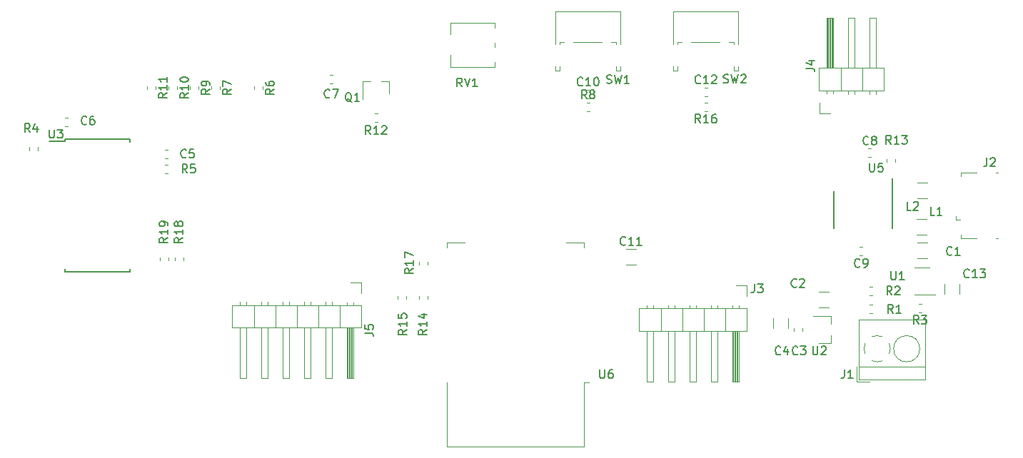
<source format=gbr>
G04 #@! TF.GenerationSoftware,KiCad,Pcbnew,5.0.1-33cea8e~68~ubuntu16.04.1*
G04 #@! TF.CreationDate,2019-05-31T14:34:39+02:00*
G04 #@! TF.ProjectId,VCOMLCD,56434F4D4C43442E6B696361645F7063,rev?*
G04 #@! TF.SameCoordinates,Original*
G04 #@! TF.FileFunction,Legend,Top*
G04 #@! TF.FilePolarity,Positive*
%FSLAX46Y46*%
G04 Gerber Fmt 4.6, Leading zero omitted, Abs format (unit mm)*
G04 Created by KiCad (PCBNEW 5.0.1-33cea8e~68~ubuntu16.04.1) date pią, 31 maj 2019, 14:34:39*
%MOMM*%
%LPD*%
G01*
G04 APERTURE LIST*
%ADD10C,0.150000*%
%ADD11C,0.120000*%
G04 APERTURE END LIST*
D10*
G04 #@! TO.C,U5*
X180065000Y-70673000D02*
X180065000Y-75123000D01*
X186965000Y-69148000D02*
X186965000Y-75123000D01*
D11*
G04 #@! TO.C,J4*
X178248000Y-58758000D02*
X185988000Y-58758000D01*
X185988000Y-58758000D02*
X185988000Y-56098000D01*
X185988000Y-56098000D02*
X178248000Y-56098000D01*
X178248000Y-56098000D02*
X178248000Y-58758000D01*
X179198000Y-56098000D02*
X179198000Y-50098000D01*
X179198000Y-50098000D02*
X179958000Y-50098000D01*
X179958000Y-50098000D02*
X179958000Y-56098000D01*
X179258000Y-56098000D02*
X179258000Y-50098000D01*
X179378000Y-56098000D02*
X179378000Y-50098000D01*
X179498000Y-56098000D02*
X179498000Y-50098000D01*
X179618000Y-56098000D02*
X179618000Y-50098000D01*
X179738000Y-56098000D02*
X179738000Y-50098000D01*
X179858000Y-56098000D02*
X179858000Y-50098000D01*
X179198000Y-59088000D02*
X179198000Y-58758000D01*
X179958000Y-59088000D02*
X179958000Y-58758000D01*
X180848000Y-58758000D02*
X180848000Y-56098000D01*
X181738000Y-56098000D02*
X181738000Y-50098000D01*
X181738000Y-50098000D02*
X182498000Y-50098000D01*
X182498000Y-50098000D02*
X182498000Y-56098000D01*
X181738000Y-59155071D02*
X181738000Y-58758000D01*
X182498000Y-59155071D02*
X182498000Y-58758000D01*
X183388000Y-58758000D02*
X183388000Y-56098000D01*
X184278000Y-56098000D02*
X184278000Y-50098000D01*
X184278000Y-50098000D02*
X185038000Y-50098000D01*
X185038000Y-50098000D02*
X185038000Y-56098000D01*
X184278000Y-59155071D02*
X184278000Y-58758000D01*
X185038000Y-59155071D02*
X185038000Y-58758000D01*
X179578000Y-61468000D02*
X178308000Y-61468000D01*
X178308000Y-61468000D02*
X178308000Y-60198000D01*
G04 #@! TO.C,J3*
X169732000Y-84625000D02*
X156912000Y-84625000D01*
X156912000Y-84625000D02*
X156912000Y-87285000D01*
X156912000Y-87285000D02*
X169732000Y-87285000D01*
X169732000Y-87285000D02*
X169732000Y-84625000D01*
X168782000Y-87285000D02*
X168782000Y-93285000D01*
X168782000Y-93285000D02*
X168022000Y-93285000D01*
X168022000Y-93285000D02*
X168022000Y-87285000D01*
X168722000Y-87285000D02*
X168722000Y-93285000D01*
X168602000Y-87285000D02*
X168602000Y-93285000D01*
X168482000Y-87285000D02*
X168482000Y-93285000D01*
X168362000Y-87285000D02*
X168362000Y-93285000D01*
X168242000Y-87285000D02*
X168242000Y-93285000D01*
X168122000Y-87285000D02*
X168122000Y-93285000D01*
X168782000Y-84295000D02*
X168782000Y-84625000D01*
X168022000Y-84295000D02*
X168022000Y-84625000D01*
X167132000Y-84625000D02*
X167132000Y-87285000D01*
X166242000Y-87285000D02*
X166242000Y-93285000D01*
X166242000Y-93285000D02*
X165482000Y-93285000D01*
X165482000Y-93285000D02*
X165482000Y-87285000D01*
X166242000Y-84227929D02*
X166242000Y-84625000D01*
X165482000Y-84227929D02*
X165482000Y-84625000D01*
X164592000Y-84625000D02*
X164592000Y-87285000D01*
X163702000Y-87285000D02*
X163702000Y-93285000D01*
X163702000Y-93285000D02*
X162942000Y-93285000D01*
X162942000Y-93285000D02*
X162942000Y-87285000D01*
X163702000Y-84227929D02*
X163702000Y-84625000D01*
X162942000Y-84227929D02*
X162942000Y-84625000D01*
X162052000Y-84625000D02*
X162052000Y-87285000D01*
X161162000Y-87285000D02*
X161162000Y-93285000D01*
X161162000Y-93285000D02*
X160402000Y-93285000D01*
X160402000Y-93285000D02*
X160402000Y-87285000D01*
X161162000Y-84227929D02*
X161162000Y-84625000D01*
X160402000Y-84227929D02*
X160402000Y-84625000D01*
X159512000Y-84625000D02*
X159512000Y-87285000D01*
X158622000Y-87285000D02*
X158622000Y-93285000D01*
X158622000Y-93285000D02*
X157862000Y-93285000D01*
X157862000Y-93285000D02*
X157862000Y-87285000D01*
X158622000Y-84227929D02*
X158622000Y-84625000D01*
X157862000Y-84227929D02*
X157862000Y-84625000D01*
X168402000Y-81915000D02*
X169672000Y-81915000D01*
X169672000Y-81915000D02*
X169672000Y-83185000D01*
G04 #@! TO.C,J5*
X124012000Y-84244000D02*
X108652000Y-84244000D01*
X108652000Y-84244000D02*
X108652000Y-86904000D01*
X108652000Y-86904000D02*
X124012000Y-86904000D01*
X124012000Y-86904000D02*
X124012000Y-84244000D01*
X123062000Y-86904000D02*
X123062000Y-92904000D01*
X123062000Y-92904000D02*
X122302000Y-92904000D01*
X122302000Y-92904000D02*
X122302000Y-86904000D01*
X123002000Y-86904000D02*
X123002000Y-92904000D01*
X122882000Y-86904000D02*
X122882000Y-92904000D01*
X122762000Y-86904000D02*
X122762000Y-92904000D01*
X122642000Y-86904000D02*
X122642000Y-92904000D01*
X122522000Y-86904000D02*
X122522000Y-92904000D01*
X122402000Y-86904000D02*
X122402000Y-92904000D01*
X123062000Y-83914000D02*
X123062000Y-84244000D01*
X122302000Y-83914000D02*
X122302000Y-84244000D01*
X121412000Y-84244000D02*
X121412000Y-86904000D01*
X120522000Y-86904000D02*
X120522000Y-92904000D01*
X120522000Y-92904000D02*
X119762000Y-92904000D01*
X119762000Y-92904000D02*
X119762000Y-86904000D01*
X120522000Y-83846929D02*
X120522000Y-84244000D01*
X119762000Y-83846929D02*
X119762000Y-84244000D01*
X118872000Y-84244000D02*
X118872000Y-86904000D01*
X117982000Y-86904000D02*
X117982000Y-92904000D01*
X117982000Y-92904000D02*
X117222000Y-92904000D01*
X117222000Y-92904000D02*
X117222000Y-86904000D01*
X117982000Y-83846929D02*
X117982000Y-84244000D01*
X117222000Y-83846929D02*
X117222000Y-84244000D01*
X116332000Y-84244000D02*
X116332000Y-86904000D01*
X115442000Y-86904000D02*
X115442000Y-92904000D01*
X115442000Y-92904000D02*
X114682000Y-92904000D01*
X114682000Y-92904000D02*
X114682000Y-86904000D01*
X115442000Y-83846929D02*
X115442000Y-84244000D01*
X114682000Y-83846929D02*
X114682000Y-84244000D01*
X113792000Y-84244000D02*
X113792000Y-86904000D01*
X112902000Y-86904000D02*
X112902000Y-92904000D01*
X112902000Y-92904000D02*
X112142000Y-92904000D01*
X112142000Y-92904000D02*
X112142000Y-86904000D01*
X112902000Y-83846929D02*
X112902000Y-84244000D01*
X112142000Y-83846929D02*
X112142000Y-84244000D01*
X111252000Y-84244000D02*
X111252000Y-86904000D01*
X110362000Y-86904000D02*
X110362000Y-92904000D01*
X110362000Y-92904000D02*
X109602000Y-92904000D01*
X109602000Y-92904000D02*
X109602000Y-86904000D01*
X110362000Y-83846929D02*
X110362000Y-84244000D01*
X109602000Y-83846929D02*
X109602000Y-84244000D01*
X122682000Y-81534000D02*
X123952000Y-81534000D01*
X123952000Y-81534000D02*
X123952000Y-82804000D01*
G04 #@! TO.C,U1*
X191400000Y-79732000D02*
X189600000Y-79732000D01*
X189600000Y-82952000D02*
X192050000Y-82952000D01*
G04 #@! TO.C,R3*
X190417267Y-85092000D02*
X190074733Y-85092000D01*
X190417267Y-84072000D02*
X190074733Y-84072000D01*
G04 #@! TO.C,C11*
X155353936Y-77576000D02*
X156558064Y-77576000D01*
X155353936Y-79396000D02*
X156558064Y-79396000D01*
G04 #@! TO.C,C13*
X194966000Y-81693936D02*
X194966000Y-82898064D01*
X193146000Y-81693936D02*
X193146000Y-82898064D01*
G04 #@! TO.C,R1*
X184232733Y-84199000D02*
X184575267Y-84199000D01*
X184232733Y-85219000D02*
X184575267Y-85219000D01*
D10*
G04 #@! TO.C,U3*
X88835000Y-64515000D02*
X88835000Y-64790000D01*
X96585000Y-64515000D02*
X96585000Y-64880000D01*
X96585000Y-80265000D02*
X96585000Y-79900000D01*
X88835000Y-80265000D02*
X88835000Y-79900000D01*
X88835000Y-64515000D02*
X96585000Y-64515000D01*
X88835000Y-80265000D02*
X96585000Y-80265000D01*
X88835000Y-64790000D02*
X87010000Y-64790000D01*
D11*
G04 #@! TO.C,C12*
X164674733Y-58418000D02*
X165017267Y-58418000D01*
X164674733Y-59438000D02*
X165017267Y-59438000D01*
G04 #@! TO.C,C3*
X176278000Y-87293267D02*
X176278000Y-86950733D01*
X175258000Y-87293267D02*
X175258000Y-86950733D01*
G04 #@! TO.C,C2*
X179418064Y-82656000D02*
X178213936Y-82656000D01*
X179418064Y-84476000D02*
X178213936Y-84476000D01*
G04 #@! TO.C,C4*
X172826000Y-86998564D02*
X172826000Y-85794436D01*
X174646000Y-86998564D02*
X174646000Y-85794436D01*
G04 #@! TO.C,J2*
X195087500Y-76290000D02*
X195087500Y-75840000D01*
X196937500Y-76290000D02*
X195087500Y-76290000D01*
X199487500Y-68490000D02*
X199237500Y-68490000D01*
X199487500Y-76290000D02*
X199237500Y-76290000D01*
X196937500Y-68490000D02*
X195087500Y-68490000D01*
X195087500Y-68490000D02*
X195087500Y-68940000D01*
X194537500Y-74090000D02*
X194537500Y-73640000D01*
X194537500Y-74090000D02*
X194987500Y-74090000D01*
G04 #@! TO.C,U2*
X179703000Y-88702000D02*
X179703000Y-87772000D01*
X179703000Y-85542000D02*
X179703000Y-86472000D01*
X179703000Y-85542000D02*
X177543000Y-85542000D01*
X179703000Y-88702000D02*
X178243000Y-88702000D01*
G04 #@! TO.C,U6*
X150360000Y-101020000D02*
X134120000Y-101020000D01*
X134120000Y-101020000D02*
X134120000Y-93400000D01*
X134120000Y-77400000D02*
X134120000Y-76780000D01*
X134120000Y-76780000D02*
X136240000Y-76780000D01*
X148240000Y-76780000D02*
X150360000Y-76780000D01*
X150360000Y-76780000D02*
X150360000Y-77400000D01*
X150360000Y-93400000D02*
X150360000Y-101020000D01*
X150360000Y-93400000D02*
X150970000Y-93400000D01*
G04 #@! TO.C,R13*
X187327000Y-66884733D02*
X187327000Y-67227267D01*
X186307000Y-66884733D02*
X186307000Y-67227267D01*
G04 #@! TO.C,R14*
X130808000Y-83140733D02*
X130808000Y-83483267D01*
X131828000Y-83140733D02*
X131828000Y-83483267D01*
G04 #@! TO.C,R15*
X128268000Y-83483267D02*
X128268000Y-83140733D01*
X129288000Y-83483267D02*
X129288000Y-83140733D01*
G04 #@! TO.C,R16*
X165017267Y-60196000D02*
X164674733Y-60196000D01*
X165017267Y-61216000D02*
X164674733Y-61216000D01*
G04 #@! TO.C,R17*
X131828000Y-79076733D02*
X131828000Y-79419267D01*
X130808000Y-79076733D02*
X130808000Y-79419267D01*
G04 #@! TO.C,R18*
X102872000Y-78911267D02*
X102872000Y-78568733D01*
X101852000Y-78911267D02*
X101852000Y-78568733D01*
G04 #@! TO.C,R19*
X100067001Y-78911267D02*
X100067001Y-78568733D01*
X101087001Y-78911267D02*
X101087001Y-78568733D01*
G04 #@! TO.C,J1*
X185773587Y-90839385D02*
G75*
G02X185166000Y-90963000I-607587J1431385D01*
G01*
X186598109Y-88800258D02*
G75*
G02X186598000Y-90016000I-1432109J-607742D01*
G01*
X184558258Y-87975891D02*
G75*
G02X185774000Y-87976000I607742J-1432109D01*
G01*
X183733891Y-90015742D02*
G75*
G02X183734000Y-88800000I1432109J607742D01*
G01*
X185193011Y-90963492D02*
G75*
G02X184558000Y-90840000I-27011J1555492D01*
G01*
X190221000Y-89408000D02*
G75*
G03X190221000Y-89408000I-1555000J0D01*
G01*
X183006000Y-91508000D02*
X190826000Y-91508000D01*
X183006000Y-85948000D02*
X190826000Y-85948000D01*
X183006000Y-93068000D02*
X190826000Y-93068000D01*
X183006000Y-85948000D02*
X183006000Y-93068000D01*
X190826000Y-85948000D02*
X190826000Y-93068000D01*
X182766000Y-91568000D02*
X182766000Y-93308000D01*
X182766000Y-93308000D02*
X184266000Y-93308000D01*
G04 #@! TO.C,R12*
X125558733Y-61466000D02*
X125901267Y-61466000D01*
X125558733Y-62486000D02*
X125901267Y-62486000D01*
G04 #@! TO.C,SW2*
X161455001Y-53040000D02*
X161455001Y-53270000D01*
X160935001Y-49370000D02*
X168655001Y-49370000D01*
X168655001Y-49370000D02*
X168655001Y-53270000D01*
X160935001Y-56380000D02*
X161455001Y-56380000D01*
X160935001Y-49370000D02*
X160935001Y-53270000D01*
X168135001Y-53040000D02*
X168135001Y-53270000D01*
X161455001Y-55870000D02*
X161455001Y-56380000D01*
X160935001Y-55870000D02*
X160935001Y-56380000D01*
X167595001Y-53040000D02*
X168135001Y-53040000D01*
X168135001Y-55870000D02*
X168135001Y-56380000D01*
X168135001Y-56380000D02*
X168655001Y-56380000D01*
X168655001Y-55870000D02*
X168655001Y-56380000D01*
X161455001Y-53040000D02*
X161995001Y-53040000D01*
X163095001Y-53040000D02*
X166495001Y-53040000D01*
G04 #@! TO.C,C10*
X150704733Y-58672000D02*
X151047267Y-58672000D01*
X150704733Y-59692000D02*
X151047267Y-59692000D01*
G04 #@! TO.C,R11*
X98550000Y-58248733D02*
X98550000Y-58591267D01*
X99570000Y-58248733D02*
X99570000Y-58591267D01*
G04 #@! TO.C,SW1*
X147500000Y-53040000D02*
X147500000Y-53270000D01*
X146980000Y-49370000D02*
X154700000Y-49370000D01*
X154700000Y-49370000D02*
X154700000Y-53270000D01*
X146980000Y-56380000D02*
X147500000Y-56380000D01*
X146980000Y-49370000D02*
X146980000Y-53270000D01*
X154180000Y-53040000D02*
X154180000Y-53270000D01*
X147500000Y-55870000D02*
X147500000Y-56380000D01*
X146980000Y-55870000D02*
X146980000Y-56380000D01*
X153640000Y-53040000D02*
X154180000Y-53040000D01*
X154180000Y-55870000D02*
X154180000Y-56380000D01*
X154180000Y-56380000D02*
X154700000Y-56380000D01*
X154700000Y-55870000D02*
X154700000Y-56380000D01*
X147500000Y-53040000D02*
X148040000Y-53040000D01*
X149140000Y-53040000D02*
X152540000Y-53040000D01*
G04 #@! TO.C,C9*
X183432267Y-78361000D02*
X183089733Y-78361000D01*
X183432267Y-77341000D02*
X183089733Y-77341000D01*
G04 #@! TO.C,C8*
X184105733Y-66677000D02*
X184448267Y-66677000D01*
X184105733Y-65657000D02*
X184448267Y-65657000D01*
G04 #@! TO.C,C7*
X120224733Y-56894000D02*
X120567267Y-56894000D01*
X120224733Y-57914000D02*
X120567267Y-57914000D01*
G04 #@! TO.C,C6*
X88855733Y-62994000D02*
X89198267Y-62994000D01*
X88855733Y-61974000D02*
X89198267Y-61974000D01*
G04 #@! TO.C,C5*
X100666733Y-65784000D02*
X101009267Y-65784000D01*
X100666733Y-66804000D02*
X101009267Y-66804000D01*
G04 #@! TO.C,C1*
X189897936Y-76814000D02*
X191102064Y-76814000D01*
X189897936Y-78634000D02*
X191102064Y-78634000D01*
G04 #@! TO.C,L1*
X189832936Y-75840000D02*
X191037064Y-75840000D01*
X189832936Y-74020000D02*
X191037064Y-74020000D01*
G04 #@! TO.C,L2*
X191102064Y-71522000D02*
X189897936Y-71522000D01*
X191102064Y-69702000D02*
X189897936Y-69702000D01*
G04 #@! TO.C,Q1*
X127310000Y-57644000D02*
X127310000Y-59104000D01*
X124150000Y-57644000D02*
X124150000Y-59804000D01*
X124150000Y-57644000D02*
X125080000Y-57644000D01*
X127310000Y-57644000D02*
X126380000Y-57644000D01*
G04 #@! TO.C,RV1*
X134540000Y-50720000D02*
X139780000Y-50720000D01*
X134540000Y-55960000D02*
X139780000Y-55960000D01*
X134540000Y-50720000D02*
X134540000Y-52100000D01*
X134540000Y-54580000D02*
X134540000Y-55960000D01*
X139780000Y-50720000D02*
X139780000Y-51301000D01*
X139780000Y-53080000D02*
X139780000Y-53600000D01*
X139780000Y-55380000D02*
X139780000Y-55960000D01*
G04 #@! TO.C,R10*
X101090000Y-58248733D02*
X101090000Y-58591267D01*
X102110000Y-58248733D02*
X102110000Y-58591267D01*
G04 #@! TO.C,R2*
X184232733Y-83060000D02*
X184575267Y-83060000D01*
X184232733Y-82040000D02*
X184575267Y-82040000D01*
G04 #@! TO.C,R4*
X84580000Y-65501733D02*
X84580000Y-65844267D01*
X85600000Y-65501733D02*
X85600000Y-65844267D01*
G04 #@! TO.C,R5*
X101009267Y-68582000D02*
X100666733Y-68582000D01*
X101009267Y-67562000D02*
X100666733Y-67562000D01*
G04 #@! TO.C,R6*
X111250000Y-58248733D02*
X111250000Y-58591267D01*
X112270000Y-58248733D02*
X112270000Y-58591267D01*
G04 #@! TO.C,R7*
X107190000Y-58248733D02*
X107190000Y-58591267D01*
X106170000Y-58248733D02*
X106170000Y-58591267D01*
G04 #@! TO.C,R8*
X150704733Y-61216000D02*
X151047267Y-61216000D01*
X150704733Y-60196000D02*
X151047267Y-60196000D01*
G04 #@! TO.C,R9*
X104650000Y-58248733D02*
X104650000Y-58591267D01*
X103630000Y-58248733D02*
X103630000Y-58591267D01*
G04 #@! TO.C,U5*
D10*
X184277095Y-67397380D02*
X184277095Y-68206904D01*
X184324714Y-68302142D01*
X184372333Y-68349761D01*
X184467571Y-68397380D01*
X184658047Y-68397380D01*
X184753285Y-68349761D01*
X184800904Y-68302142D01*
X184848523Y-68206904D01*
X184848523Y-67397380D01*
X185800904Y-67397380D02*
X185324714Y-67397380D01*
X185277095Y-67873571D01*
X185324714Y-67825952D01*
X185419952Y-67778333D01*
X185658047Y-67778333D01*
X185753285Y-67825952D01*
X185800904Y-67873571D01*
X185848523Y-67968809D01*
X185848523Y-68206904D01*
X185800904Y-68302142D01*
X185753285Y-68349761D01*
X185658047Y-68397380D01*
X185419952Y-68397380D01*
X185324714Y-68349761D01*
X185277095Y-68302142D01*
G04 #@! TO.C,J4*
X176760380Y-56146333D02*
X177474666Y-56146333D01*
X177617523Y-56193952D01*
X177712761Y-56289190D01*
X177760380Y-56432047D01*
X177760380Y-56527285D01*
X177093714Y-55241571D02*
X177760380Y-55241571D01*
X176712761Y-55479666D02*
X177427047Y-55717761D01*
X177427047Y-55098714D01*
G04 #@! TO.C,J3*
X170608666Y-81748380D02*
X170608666Y-82462666D01*
X170561047Y-82605523D01*
X170465809Y-82700761D01*
X170322952Y-82748380D01*
X170227714Y-82748380D01*
X170989619Y-81748380D02*
X171608666Y-81748380D01*
X171275333Y-82129333D01*
X171418190Y-82129333D01*
X171513428Y-82176952D01*
X171561047Y-82224571D01*
X171608666Y-82319809D01*
X171608666Y-82557904D01*
X171561047Y-82653142D01*
X171513428Y-82700761D01*
X171418190Y-82748380D01*
X171132476Y-82748380D01*
X171037238Y-82700761D01*
X170989619Y-82653142D01*
G04 #@! TO.C,J5*
X124404380Y-87522333D02*
X125118666Y-87522333D01*
X125261523Y-87569952D01*
X125356761Y-87665190D01*
X125404380Y-87808047D01*
X125404380Y-87903285D01*
X124404380Y-86569952D02*
X124404380Y-87046142D01*
X124880571Y-87093761D01*
X124832952Y-87046142D01*
X124785333Y-86950904D01*
X124785333Y-86712809D01*
X124832952Y-86617571D01*
X124880571Y-86569952D01*
X124975809Y-86522333D01*
X125213904Y-86522333D01*
X125309142Y-86569952D01*
X125356761Y-86617571D01*
X125404380Y-86712809D01*
X125404380Y-86950904D01*
X125356761Y-87046142D01*
X125309142Y-87093761D01*
G04 #@! TO.C,U1*
X186817095Y-80224380D02*
X186817095Y-81033904D01*
X186864714Y-81129142D01*
X186912333Y-81176761D01*
X187007571Y-81224380D01*
X187198047Y-81224380D01*
X187293285Y-81176761D01*
X187340904Y-81129142D01*
X187388523Y-81033904D01*
X187388523Y-80224380D01*
X188388523Y-81224380D02*
X187817095Y-81224380D01*
X188102809Y-81224380D02*
X188102809Y-80224380D01*
X188007571Y-80367238D01*
X187912333Y-80462476D01*
X187817095Y-80510095D01*
G04 #@! TO.C,R3*
X190079333Y-86464380D02*
X189746000Y-85988190D01*
X189507904Y-86464380D02*
X189507904Y-85464380D01*
X189888857Y-85464380D01*
X189984095Y-85512000D01*
X190031714Y-85559619D01*
X190079333Y-85654857D01*
X190079333Y-85797714D01*
X190031714Y-85892952D01*
X189984095Y-85940571D01*
X189888857Y-85988190D01*
X189507904Y-85988190D01*
X190412666Y-85464380D02*
X191031714Y-85464380D01*
X190698380Y-85845333D01*
X190841238Y-85845333D01*
X190936476Y-85892952D01*
X190984095Y-85940571D01*
X191031714Y-86035809D01*
X191031714Y-86273904D01*
X190984095Y-86369142D01*
X190936476Y-86416761D01*
X190841238Y-86464380D01*
X190555523Y-86464380D01*
X190460285Y-86416761D01*
X190412666Y-86369142D01*
G04 #@! TO.C,C11*
X155313142Y-77023142D02*
X155265523Y-77070761D01*
X155122666Y-77118380D01*
X155027428Y-77118380D01*
X154884571Y-77070761D01*
X154789333Y-76975523D01*
X154741714Y-76880285D01*
X154694095Y-76689809D01*
X154694095Y-76546952D01*
X154741714Y-76356476D01*
X154789333Y-76261238D01*
X154884571Y-76166000D01*
X155027428Y-76118380D01*
X155122666Y-76118380D01*
X155265523Y-76166000D01*
X155313142Y-76213619D01*
X156265523Y-77118380D02*
X155694095Y-77118380D01*
X155979809Y-77118380D02*
X155979809Y-76118380D01*
X155884571Y-76261238D01*
X155789333Y-76356476D01*
X155694095Y-76404095D01*
X157217904Y-77118380D02*
X156646476Y-77118380D01*
X156932190Y-77118380D02*
X156932190Y-76118380D01*
X156836952Y-76261238D01*
X156741714Y-76356476D01*
X156646476Y-76404095D01*
G04 #@! TO.C,C13*
X196080142Y-80875142D02*
X196032523Y-80922761D01*
X195889666Y-80970380D01*
X195794428Y-80970380D01*
X195651571Y-80922761D01*
X195556333Y-80827523D01*
X195508714Y-80732285D01*
X195461095Y-80541809D01*
X195461095Y-80398952D01*
X195508714Y-80208476D01*
X195556333Y-80113238D01*
X195651571Y-80018000D01*
X195794428Y-79970380D01*
X195889666Y-79970380D01*
X196032523Y-80018000D01*
X196080142Y-80065619D01*
X197032523Y-80970380D02*
X196461095Y-80970380D01*
X196746809Y-80970380D02*
X196746809Y-79970380D01*
X196651571Y-80113238D01*
X196556333Y-80208476D01*
X196461095Y-80256095D01*
X197365857Y-79970380D02*
X197984904Y-79970380D01*
X197651571Y-80351333D01*
X197794428Y-80351333D01*
X197889666Y-80398952D01*
X197937285Y-80446571D01*
X197984904Y-80541809D01*
X197984904Y-80779904D01*
X197937285Y-80875142D01*
X197889666Y-80922761D01*
X197794428Y-80970380D01*
X197508714Y-80970380D01*
X197413476Y-80922761D01*
X197365857Y-80875142D01*
G04 #@! TO.C,R1*
X187031333Y-85161380D02*
X186698000Y-84685190D01*
X186459904Y-85161380D02*
X186459904Y-84161380D01*
X186840857Y-84161380D01*
X186936095Y-84209000D01*
X186983714Y-84256619D01*
X187031333Y-84351857D01*
X187031333Y-84494714D01*
X186983714Y-84589952D01*
X186936095Y-84637571D01*
X186840857Y-84685190D01*
X186459904Y-84685190D01*
X187983714Y-85161380D02*
X187412285Y-85161380D01*
X187698000Y-85161380D02*
X187698000Y-84161380D01*
X187602761Y-84304238D01*
X187507523Y-84399476D01*
X187412285Y-84447095D01*
G04 #@! TO.C,U3*
X86995095Y-63396880D02*
X86995095Y-64206404D01*
X87042714Y-64301642D01*
X87090333Y-64349261D01*
X87185571Y-64396880D01*
X87376047Y-64396880D01*
X87471285Y-64349261D01*
X87518904Y-64301642D01*
X87566523Y-64206404D01*
X87566523Y-63396880D01*
X87947476Y-63396880D02*
X88566523Y-63396880D01*
X88233190Y-63777833D01*
X88376047Y-63777833D01*
X88471285Y-63825452D01*
X88518904Y-63873071D01*
X88566523Y-63968309D01*
X88566523Y-64206404D01*
X88518904Y-64301642D01*
X88471285Y-64349261D01*
X88376047Y-64396880D01*
X88090333Y-64396880D01*
X87995095Y-64349261D01*
X87947476Y-64301642D01*
G04 #@! TO.C,C12*
X164203142Y-57855142D02*
X164155523Y-57902761D01*
X164012666Y-57950380D01*
X163917428Y-57950380D01*
X163774571Y-57902761D01*
X163679333Y-57807523D01*
X163631714Y-57712285D01*
X163584095Y-57521809D01*
X163584095Y-57378952D01*
X163631714Y-57188476D01*
X163679333Y-57093238D01*
X163774571Y-56998000D01*
X163917428Y-56950380D01*
X164012666Y-56950380D01*
X164155523Y-56998000D01*
X164203142Y-57045619D01*
X165155523Y-57950380D02*
X164584095Y-57950380D01*
X164869809Y-57950380D02*
X164869809Y-56950380D01*
X164774571Y-57093238D01*
X164679333Y-57188476D01*
X164584095Y-57236095D01*
X165536476Y-57045619D02*
X165584095Y-56998000D01*
X165679333Y-56950380D01*
X165917428Y-56950380D01*
X166012666Y-56998000D01*
X166060285Y-57045619D01*
X166107904Y-57140857D01*
X166107904Y-57236095D01*
X166060285Y-57378952D01*
X165488857Y-57950380D01*
X166107904Y-57950380D01*
G04 #@! TO.C,C3*
X175728333Y-90019142D02*
X175680714Y-90066761D01*
X175537857Y-90114380D01*
X175442619Y-90114380D01*
X175299761Y-90066761D01*
X175204523Y-89971523D01*
X175156904Y-89876285D01*
X175109285Y-89685809D01*
X175109285Y-89542952D01*
X175156904Y-89352476D01*
X175204523Y-89257238D01*
X175299761Y-89162000D01*
X175442619Y-89114380D01*
X175537857Y-89114380D01*
X175680714Y-89162000D01*
X175728333Y-89209619D01*
X176061666Y-89114380D02*
X176680714Y-89114380D01*
X176347380Y-89495333D01*
X176490238Y-89495333D01*
X176585476Y-89542952D01*
X176633095Y-89590571D01*
X176680714Y-89685809D01*
X176680714Y-89923904D01*
X176633095Y-90019142D01*
X176585476Y-90066761D01*
X176490238Y-90114380D01*
X176204523Y-90114380D01*
X176109285Y-90066761D01*
X176061666Y-90019142D01*
G04 #@! TO.C,C2*
X175601333Y-82018142D02*
X175553714Y-82065761D01*
X175410857Y-82113380D01*
X175315619Y-82113380D01*
X175172761Y-82065761D01*
X175077523Y-81970523D01*
X175029904Y-81875285D01*
X174982285Y-81684809D01*
X174982285Y-81541952D01*
X175029904Y-81351476D01*
X175077523Y-81256238D01*
X175172761Y-81161000D01*
X175315619Y-81113380D01*
X175410857Y-81113380D01*
X175553714Y-81161000D01*
X175601333Y-81208619D01*
X175982285Y-81208619D02*
X176029904Y-81161000D01*
X176125142Y-81113380D01*
X176363238Y-81113380D01*
X176458476Y-81161000D01*
X176506095Y-81208619D01*
X176553714Y-81303857D01*
X176553714Y-81399095D01*
X176506095Y-81541952D01*
X175934666Y-82113380D01*
X176553714Y-82113380D01*
G04 #@! TO.C,C4*
X173696333Y-90019142D02*
X173648714Y-90066761D01*
X173505857Y-90114380D01*
X173410619Y-90114380D01*
X173267761Y-90066761D01*
X173172523Y-89971523D01*
X173124904Y-89876285D01*
X173077285Y-89685809D01*
X173077285Y-89542952D01*
X173124904Y-89352476D01*
X173172523Y-89257238D01*
X173267761Y-89162000D01*
X173410619Y-89114380D01*
X173505857Y-89114380D01*
X173648714Y-89162000D01*
X173696333Y-89209619D01*
X174553476Y-89447714D02*
X174553476Y-90114380D01*
X174315380Y-89066761D02*
X174077285Y-89781047D01*
X174696333Y-89781047D01*
G04 #@! TO.C,J2*
X198167666Y-66762380D02*
X198167666Y-67476666D01*
X198120047Y-67619523D01*
X198024809Y-67714761D01*
X197881952Y-67762380D01*
X197786714Y-67762380D01*
X198596238Y-66857619D02*
X198643857Y-66810000D01*
X198739095Y-66762380D01*
X198977190Y-66762380D01*
X199072428Y-66810000D01*
X199120047Y-66857619D01*
X199167666Y-66952857D01*
X199167666Y-67048095D01*
X199120047Y-67190952D01*
X198548619Y-67762380D01*
X199167666Y-67762380D01*
G04 #@! TO.C,U2*
X177546095Y-89114380D02*
X177546095Y-89923904D01*
X177593714Y-90019142D01*
X177641333Y-90066761D01*
X177736571Y-90114380D01*
X177927047Y-90114380D01*
X178022285Y-90066761D01*
X178069904Y-90019142D01*
X178117523Y-89923904D01*
X178117523Y-89114380D01*
X178546095Y-89209619D02*
X178593714Y-89162000D01*
X178688952Y-89114380D01*
X178927047Y-89114380D01*
X179022285Y-89162000D01*
X179069904Y-89209619D01*
X179117523Y-89304857D01*
X179117523Y-89400095D01*
X179069904Y-89542952D01*
X178498476Y-90114380D01*
X179117523Y-90114380D01*
G04 #@! TO.C,U6*
X152273095Y-91908380D02*
X152273095Y-92717904D01*
X152320714Y-92813142D01*
X152368333Y-92860761D01*
X152463571Y-92908380D01*
X152654047Y-92908380D01*
X152749285Y-92860761D01*
X152796904Y-92813142D01*
X152844523Y-92717904D01*
X152844523Y-91908380D01*
X153749285Y-91908380D02*
X153558809Y-91908380D01*
X153463571Y-91956000D01*
X153415952Y-92003619D01*
X153320714Y-92146476D01*
X153273095Y-92336952D01*
X153273095Y-92717904D01*
X153320714Y-92813142D01*
X153368333Y-92860761D01*
X153463571Y-92908380D01*
X153654047Y-92908380D01*
X153749285Y-92860761D01*
X153796904Y-92813142D01*
X153844523Y-92717904D01*
X153844523Y-92479809D01*
X153796904Y-92384571D01*
X153749285Y-92336952D01*
X153654047Y-92289333D01*
X153463571Y-92289333D01*
X153368333Y-92336952D01*
X153320714Y-92384571D01*
X153273095Y-92479809D01*
G04 #@! TO.C,R13*
X186809142Y-65095380D02*
X186475809Y-64619190D01*
X186237714Y-65095380D02*
X186237714Y-64095380D01*
X186618666Y-64095380D01*
X186713904Y-64143000D01*
X186761523Y-64190619D01*
X186809142Y-64285857D01*
X186809142Y-64428714D01*
X186761523Y-64523952D01*
X186713904Y-64571571D01*
X186618666Y-64619190D01*
X186237714Y-64619190D01*
X187761523Y-65095380D02*
X187190095Y-65095380D01*
X187475809Y-65095380D02*
X187475809Y-64095380D01*
X187380571Y-64238238D01*
X187285333Y-64333476D01*
X187190095Y-64381095D01*
X188094857Y-64095380D02*
X188713904Y-64095380D01*
X188380571Y-64476333D01*
X188523428Y-64476333D01*
X188618666Y-64523952D01*
X188666285Y-64571571D01*
X188713904Y-64666809D01*
X188713904Y-64904904D01*
X188666285Y-65000142D01*
X188618666Y-65047761D01*
X188523428Y-65095380D01*
X188237714Y-65095380D01*
X188142476Y-65047761D01*
X188094857Y-65000142D01*
G04 #@! TO.C,R14*
X131770380Y-87129857D02*
X131294190Y-87463190D01*
X131770380Y-87701285D02*
X130770380Y-87701285D01*
X130770380Y-87320333D01*
X130818000Y-87225095D01*
X130865619Y-87177476D01*
X130960857Y-87129857D01*
X131103714Y-87129857D01*
X131198952Y-87177476D01*
X131246571Y-87225095D01*
X131294190Y-87320333D01*
X131294190Y-87701285D01*
X131770380Y-86177476D02*
X131770380Y-86748904D01*
X131770380Y-86463190D02*
X130770380Y-86463190D01*
X130913238Y-86558428D01*
X131008476Y-86653666D01*
X131056095Y-86748904D01*
X131103714Y-85320333D02*
X131770380Y-85320333D01*
X130722761Y-85558428D02*
X131437047Y-85796523D01*
X131437047Y-85177476D01*
G04 #@! TO.C,R15*
X129357380Y-87129857D02*
X128881190Y-87463190D01*
X129357380Y-87701285D02*
X128357380Y-87701285D01*
X128357380Y-87320333D01*
X128405000Y-87225095D01*
X128452619Y-87177476D01*
X128547857Y-87129857D01*
X128690714Y-87129857D01*
X128785952Y-87177476D01*
X128833571Y-87225095D01*
X128881190Y-87320333D01*
X128881190Y-87701285D01*
X129357380Y-86177476D02*
X129357380Y-86748904D01*
X129357380Y-86463190D02*
X128357380Y-86463190D01*
X128500238Y-86558428D01*
X128595476Y-86653666D01*
X128643095Y-86748904D01*
X128357380Y-85272714D02*
X128357380Y-85748904D01*
X128833571Y-85796523D01*
X128785952Y-85748904D01*
X128738333Y-85653666D01*
X128738333Y-85415571D01*
X128785952Y-85320333D01*
X128833571Y-85272714D01*
X128928809Y-85225095D01*
X129166904Y-85225095D01*
X129262142Y-85272714D01*
X129309761Y-85320333D01*
X129357380Y-85415571D01*
X129357380Y-85653666D01*
X129309761Y-85748904D01*
X129262142Y-85796523D01*
G04 #@! TO.C,R16*
X164203142Y-62588380D02*
X163869809Y-62112190D01*
X163631714Y-62588380D02*
X163631714Y-61588380D01*
X164012666Y-61588380D01*
X164107904Y-61636000D01*
X164155523Y-61683619D01*
X164203142Y-61778857D01*
X164203142Y-61921714D01*
X164155523Y-62016952D01*
X164107904Y-62064571D01*
X164012666Y-62112190D01*
X163631714Y-62112190D01*
X165155523Y-62588380D02*
X164584095Y-62588380D01*
X164869809Y-62588380D02*
X164869809Y-61588380D01*
X164774571Y-61731238D01*
X164679333Y-61826476D01*
X164584095Y-61874095D01*
X166012666Y-61588380D02*
X165822190Y-61588380D01*
X165726952Y-61636000D01*
X165679333Y-61683619D01*
X165584095Y-61826476D01*
X165536476Y-62016952D01*
X165536476Y-62397904D01*
X165584095Y-62493142D01*
X165631714Y-62540761D01*
X165726952Y-62588380D01*
X165917428Y-62588380D01*
X166012666Y-62540761D01*
X166060285Y-62493142D01*
X166107904Y-62397904D01*
X166107904Y-62159809D01*
X166060285Y-62064571D01*
X166012666Y-62016952D01*
X165917428Y-61969333D01*
X165726952Y-61969333D01*
X165631714Y-62016952D01*
X165584095Y-62064571D01*
X165536476Y-62159809D01*
G04 #@! TO.C,R17*
X130119380Y-79890857D02*
X129643190Y-80224190D01*
X130119380Y-80462285D02*
X129119380Y-80462285D01*
X129119380Y-80081333D01*
X129167000Y-79986095D01*
X129214619Y-79938476D01*
X129309857Y-79890857D01*
X129452714Y-79890857D01*
X129547952Y-79938476D01*
X129595571Y-79986095D01*
X129643190Y-80081333D01*
X129643190Y-80462285D01*
X130119380Y-78938476D02*
X130119380Y-79509904D01*
X130119380Y-79224190D02*
X129119380Y-79224190D01*
X129262238Y-79319428D01*
X129357476Y-79414666D01*
X129405095Y-79509904D01*
X129119380Y-78605142D02*
X129119380Y-77938476D01*
X130119380Y-78367047D01*
G04 #@! TO.C,R18*
X102814380Y-76207857D02*
X102338190Y-76541190D01*
X102814380Y-76779285D02*
X101814380Y-76779285D01*
X101814380Y-76398333D01*
X101862000Y-76303095D01*
X101909619Y-76255476D01*
X102004857Y-76207857D01*
X102147714Y-76207857D01*
X102242952Y-76255476D01*
X102290571Y-76303095D01*
X102338190Y-76398333D01*
X102338190Y-76779285D01*
X102814380Y-75255476D02*
X102814380Y-75826904D01*
X102814380Y-75541190D02*
X101814380Y-75541190D01*
X101957238Y-75636428D01*
X102052476Y-75731666D01*
X102100095Y-75826904D01*
X102242952Y-74684047D02*
X102195333Y-74779285D01*
X102147714Y-74826904D01*
X102052476Y-74874523D01*
X102004857Y-74874523D01*
X101909619Y-74826904D01*
X101862000Y-74779285D01*
X101814380Y-74684047D01*
X101814380Y-74493571D01*
X101862000Y-74398333D01*
X101909619Y-74350714D01*
X102004857Y-74303095D01*
X102052476Y-74303095D01*
X102147714Y-74350714D01*
X102195333Y-74398333D01*
X102242952Y-74493571D01*
X102242952Y-74684047D01*
X102290571Y-74779285D01*
X102338190Y-74826904D01*
X102433428Y-74874523D01*
X102623904Y-74874523D01*
X102719142Y-74826904D01*
X102766761Y-74779285D01*
X102814380Y-74684047D01*
X102814380Y-74493571D01*
X102766761Y-74398333D01*
X102719142Y-74350714D01*
X102623904Y-74303095D01*
X102433428Y-74303095D01*
X102338190Y-74350714D01*
X102290571Y-74398333D01*
X102242952Y-74493571D01*
G04 #@! TO.C,R19*
X101036380Y-76207857D02*
X100560190Y-76541190D01*
X101036380Y-76779285D02*
X100036380Y-76779285D01*
X100036380Y-76398333D01*
X100084000Y-76303095D01*
X100131619Y-76255476D01*
X100226857Y-76207857D01*
X100369714Y-76207857D01*
X100464952Y-76255476D01*
X100512571Y-76303095D01*
X100560190Y-76398333D01*
X100560190Y-76779285D01*
X101036380Y-75255476D02*
X101036380Y-75826904D01*
X101036380Y-75541190D02*
X100036380Y-75541190D01*
X100179238Y-75636428D01*
X100274476Y-75731666D01*
X100322095Y-75826904D01*
X101036380Y-74779285D02*
X101036380Y-74588809D01*
X100988761Y-74493571D01*
X100941142Y-74445952D01*
X100798285Y-74350714D01*
X100607809Y-74303095D01*
X100226857Y-74303095D01*
X100131619Y-74350714D01*
X100084000Y-74398333D01*
X100036380Y-74493571D01*
X100036380Y-74684047D01*
X100084000Y-74779285D01*
X100131619Y-74826904D01*
X100226857Y-74874523D01*
X100464952Y-74874523D01*
X100560190Y-74826904D01*
X100607809Y-74779285D01*
X100655428Y-74684047D01*
X100655428Y-74493571D01*
X100607809Y-74398333D01*
X100560190Y-74350714D01*
X100464952Y-74303095D01*
G04 #@! TO.C,J1*
X181276666Y-91908380D02*
X181276666Y-92622666D01*
X181229047Y-92765523D01*
X181133809Y-92860761D01*
X180990952Y-92908380D01*
X180895714Y-92908380D01*
X182276666Y-92908380D02*
X181705238Y-92908380D01*
X181990952Y-92908380D02*
X181990952Y-91908380D01*
X181895714Y-92051238D01*
X181800476Y-92146476D01*
X181705238Y-92194095D01*
G04 #@! TO.C,R12*
X125087142Y-63952380D02*
X124753809Y-63476190D01*
X124515714Y-63952380D02*
X124515714Y-62952380D01*
X124896666Y-62952380D01*
X124991904Y-63000000D01*
X125039523Y-63047619D01*
X125087142Y-63142857D01*
X125087142Y-63285714D01*
X125039523Y-63380952D01*
X124991904Y-63428571D01*
X124896666Y-63476190D01*
X124515714Y-63476190D01*
X126039523Y-63952380D02*
X125468095Y-63952380D01*
X125753809Y-63952380D02*
X125753809Y-62952380D01*
X125658571Y-63095238D01*
X125563333Y-63190476D01*
X125468095Y-63238095D01*
X126420476Y-63047619D02*
X126468095Y-63000000D01*
X126563333Y-62952380D01*
X126801428Y-62952380D01*
X126896666Y-63000000D01*
X126944285Y-63047619D01*
X126991904Y-63142857D01*
X126991904Y-63238095D01*
X126944285Y-63380952D01*
X126372857Y-63952380D01*
X126991904Y-63952380D01*
G04 #@! TO.C,SW2*
X166941666Y-57808761D02*
X167084523Y-57856380D01*
X167322619Y-57856380D01*
X167417857Y-57808761D01*
X167465476Y-57761142D01*
X167513095Y-57665904D01*
X167513095Y-57570666D01*
X167465476Y-57475428D01*
X167417857Y-57427809D01*
X167322619Y-57380190D01*
X167132142Y-57332571D01*
X167036904Y-57284952D01*
X166989285Y-57237333D01*
X166941666Y-57142095D01*
X166941666Y-57046857D01*
X166989285Y-56951619D01*
X167036904Y-56904000D01*
X167132142Y-56856380D01*
X167370238Y-56856380D01*
X167513095Y-56904000D01*
X167846428Y-56856380D02*
X168084523Y-57856380D01*
X168275000Y-57142095D01*
X168465476Y-57856380D01*
X168703571Y-56856380D01*
X169036904Y-56951619D02*
X169084523Y-56904000D01*
X169179761Y-56856380D01*
X169417857Y-56856380D01*
X169513095Y-56904000D01*
X169560714Y-56951619D01*
X169608333Y-57046857D01*
X169608333Y-57142095D01*
X169560714Y-57284952D01*
X168989285Y-57856380D01*
X169608333Y-57856380D01*
G04 #@! TO.C,C10*
X150233142Y-58109142D02*
X150185523Y-58156761D01*
X150042666Y-58204380D01*
X149947428Y-58204380D01*
X149804571Y-58156761D01*
X149709333Y-58061523D01*
X149661714Y-57966285D01*
X149614095Y-57775809D01*
X149614095Y-57632952D01*
X149661714Y-57442476D01*
X149709333Y-57347238D01*
X149804571Y-57252000D01*
X149947428Y-57204380D01*
X150042666Y-57204380D01*
X150185523Y-57252000D01*
X150233142Y-57299619D01*
X151185523Y-58204380D02*
X150614095Y-58204380D01*
X150899809Y-58204380D02*
X150899809Y-57204380D01*
X150804571Y-57347238D01*
X150709333Y-57442476D01*
X150614095Y-57490095D01*
X151804571Y-57204380D02*
X151899809Y-57204380D01*
X151995047Y-57252000D01*
X152042666Y-57299619D01*
X152090285Y-57394857D01*
X152137904Y-57585333D01*
X152137904Y-57823428D01*
X152090285Y-58013904D01*
X152042666Y-58109142D01*
X151995047Y-58156761D01*
X151899809Y-58204380D01*
X151804571Y-58204380D01*
X151709333Y-58156761D01*
X151661714Y-58109142D01*
X151614095Y-58013904D01*
X151566476Y-57823428D01*
X151566476Y-57585333D01*
X151614095Y-57394857D01*
X151661714Y-57299619D01*
X151709333Y-57252000D01*
X151804571Y-57204380D01*
G04 #@! TO.C,R11*
X100942380Y-59062857D02*
X100466190Y-59396190D01*
X100942380Y-59634285D02*
X99942380Y-59634285D01*
X99942380Y-59253333D01*
X99990000Y-59158095D01*
X100037619Y-59110476D01*
X100132857Y-59062857D01*
X100275714Y-59062857D01*
X100370952Y-59110476D01*
X100418571Y-59158095D01*
X100466190Y-59253333D01*
X100466190Y-59634285D01*
X100942380Y-58110476D02*
X100942380Y-58681904D01*
X100942380Y-58396190D02*
X99942380Y-58396190D01*
X100085238Y-58491428D01*
X100180476Y-58586666D01*
X100228095Y-58681904D01*
X100942380Y-57158095D02*
X100942380Y-57729523D01*
X100942380Y-57443809D02*
X99942380Y-57443809D01*
X100085238Y-57539047D01*
X100180476Y-57634285D01*
X100228095Y-57729523D01*
G04 #@! TO.C,SW1*
X153098666Y-57872261D02*
X153241523Y-57919880D01*
X153479619Y-57919880D01*
X153574857Y-57872261D01*
X153622476Y-57824642D01*
X153670095Y-57729404D01*
X153670095Y-57634166D01*
X153622476Y-57538928D01*
X153574857Y-57491309D01*
X153479619Y-57443690D01*
X153289142Y-57396071D01*
X153193904Y-57348452D01*
X153146285Y-57300833D01*
X153098666Y-57205595D01*
X153098666Y-57110357D01*
X153146285Y-57015119D01*
X153193904Y-56967500D01*
X153289142Y-56919880D01*
X153527238Y-56919880D01*
X153670095Y-56967500D01*
X154003428Y-56919880D02*
X154241523Y-57919880D01*
X154432000Y-57205595D01*
X154622476Y-57919880D01*
X154860571Y-56919880D01*
X155765333Y-57919880D02*
X155193904Y-57919880D01*
X155479619Y-57919880D02*
X155479619Y-56919880D01*
X155384380Y-57062738D01*
X155289142Y-57157976D01*
X155193904Y-57205595D01*
G04 #@! TO.C,C9*
X183094333Y-79638142D02*
X183046714Y-79685761D01*
X182903857Y-79733380D01*
X182808619Y-79733380D01*
X182665761Y-79685761D01*
X182570523Y-79590523D01*
X182522904Y-79495285D01*
X182475285Y-79304809D01*
X182475285Y-79161952D01*
X182522904Y-78971476D01*
X182570523Y-78876238D01*
X182665761Y-78781000D01*
X182808619Y-78733380D01*
X182903857Y-78733380D01*
X183046714Y-78781000D01*
X183094333Y-78828619D01*
X183570523Y-79733380D02*
X183761000Y-79733380D01*
X183856238Y-79685761D01*
X183903857Y-79638142D01*
X183999095Y-79495285D01*
X184046714Y-79304809D01*
X184046714Y-78923857D01*
X183999095Y-78828619D01*
X183951476Y-78781000D01*
X183856238Y-78733380D01*
X183665761Y-78733380D01*
X183570523Y-78781000D01*
X183522904Y-78828619D01*
X183475285Y-78923857D01*
X183475285Y-79161952D01*
X183522904Y-79257190D01*
X183570523Y-79304809D01*
X183665761Y-79352428D01*
X183856238Y-79352428D01*
X183951476Y-79304809D01*
X183999095Y-79257190D01*
X184046714Y-79161952D01*
G04 #@! TO.C,C8*
X184110333Y-65094142D02*
X184062714Y-65141761D01*
X183919857Y-65189380D01*
X183824619Y-65189380D01*
X183681761Y-65141761D01*
X183586523Y-65046523D01*
X183538904Y-64951285D01*
X183491285Y-64760809D01*
X183491285Y-64617952D01*
X183538904Y-64427476D01*
X183586523Y-64332238D01*
X183681761Y-64237000D01*
X183824619Y-64189380D01*
X183919857Y-64189380D01*
X184062714Y-64237000D01*
X184110333Y-64284619D01*
X184681761Y-64617952D02*
X184586523Y-64570333D01*
X184538904Y-64522714D01*
X184491285Y-64427476D01*
X184491285Y-64379857D01*
X184538904Y-64284619D01*
X184586523Y-64237000D01*
X184681761Y-64189380D01*
X184872238Y-64189380D01*
X184967476Y-64237000D01*
X185015095Y-64284619D01*
X185062714Y-64379857D01*
X185062714Y-64427476D01*
X185015095Y-64522714D01*
X184967476Y-64570333D01*
X184872238Y-64617952D01*
X184681761Y-64617952D01*
X184586523Y-64665571D01*
X184538904Y-64713190D01*
X184491285Y-64808428D01*
X184491285Y-64998904D01*
X184538904Y-65094142D01*
X184586523Y-65141761D01*
X184681761Y-65189380D01*
X184872238Y-65189380D01*
X184967476Y-65141761D01*
X185015095Y-65094142D01*
X185062714Y-64998904D01*
X185062714Y-64808428D01*
X185015095Y-64713190D01*
X184967476Y-64665571D01*
X184872238Y-64617952D01*
G04 #@! TO.C,C7*
X120229333Y-59539142D02*
X120181714Y-59586761D01*
X120038857Y-59634380D01*
X119943619Y-59634380D01*
X119800761Y-59586761D01*
X119705523Y-59491523D01*
X119657904Y-59396285D01*
X119610285Y-59205809D01*
X119610285Y-59062952D01*
X119657904Y-58872476D01*
X119705523Y-58777238D01*
X119800761Y-58682000D01*
X119943619Y-58634380D01*
X120038857Y-58634380D01*
X120181714Y-58682000D01*
X120229333Y-58729619D01*
X120562666Y-58634380D02*
X121229333Y-58634380D01*
X120800761Y-59634380D01*
G04 #@! TO.C,C6*
X91400333Y-62714142D02*
X91352714Y-62761761D01*
X91209857Y-62809380D01*
X91114619Y-62809380D01*
X90971761Y-62761761D01*
X90876523Y-62666523D01*
X90828904Y-62571285D01*
X90781285Y-62380809D01*
X90781285Y-62237952D01*
X90828904Y-62047476D01*
X90876523Y-61952238D01*
X90971761Y-61857000D01*
X91114619Y-61809380D01*
X91209857Y-61809380D01*
X91352714Y-61857000D01*
X91400333Y-61904619D01*
X92257476Y-61809380D02*
X92067000Y-61809380D01*
X91971761Y-61857000D01*
X91924142Y-61904619D01*
X91828904Y-62047476D01*
X91781285Y-62237952D01*
X91781285Y-62618904D01*
X91828904Y-62714142D01*
X91876523Y-62761761D01*
X91971761Y-62809380D01*
X92162238Y-62809380D01*
X92257476Y-62761761D01*
X92305095Y-62714142D01*
X92352714Y-62618904D01*
X92352714Y-62380809D01*
X92305095Y-62285571D01*
X92257476Y-62237952D01*
X92162238Y-62190333D01*
X91971761Y-62190333D01*
X91876523Y-62237952D01*
X91828904Y-62285571D01*
X91781285Y-62380809D01*
G04 #@! TO.C,C5*
X103211333Y-66651142D02*
X103163714Y-66698761D01*
X103020857Y-66746380D01*
X102925619Y-66746380D01*
X102782761Y-66698761D01*
X102687523Y-66603523D01*
X102639904Y-66508285D01*
X102592285Y-66317809D01*
X102592285Y-66174952D01*
X102639904Y-65984476D01*
X102687523Y-65889238D01*
X102782761Y-65794000D01*
X102925619Y-65746380D01*
X103020857Y-65746380D01*
X103163714Y-65794000D01*
X103211333Y-65841619D01*
X104116095Y-65746380D02*
X103639904Y-65746380D01*
X103592285Y-66222571D01*
X103639904Y-66174952D01*
X103735142Y-66127333D01*
X103973238Y-66127333D01*
X104068476Y-66174952D01*
X104116095Y-66222571D01*
X104163714Y-66317809D01*
X104163714Y-66555904D01*
X104116095Y-66651142D01*
X104068476Y-66698761D01*
X103973238Y-66746380D01*
X103735142Y-66746380D01*
X103639904Y-66698761D01*
X103592285Y-66651142D01*
G04 #@! TO.C,C1*
X194016333Y-78208142D02*
X193968714Y-78255761D01*
X193825857Y-78303380D01*
X193730619Y-78303380D01*
X193587761Y-78255761D01*
X193492523Y-78160523D01*
X193444904Y-78065285D01*
X193397285Y-77874809D01*
X193397285Y-77731952D01*
X193444904Y-77541476D01*
X193492523Y-77446238D01*
X193587761Y-77351000D01*
X193730619Y-77303380D01*
X193825857Y-77303380D01*
X193968714Y-77351000D01*
X194016333Y-77398619D01*
X194968714Y-78303380D02*
X194397285Y-78303380D01*
X194683000Y-78303380D02*
X194683000Y-77303380D01*
X194587761Y-77446238D01*
X194492523Y-77541476D01*
X194397285Y-77589095D01*
G04 #@! TO.C,L1*
X191984333Y-73562380D02*
X191508142Y-73562380D01*
X191508142Y-72562380D01*
X192841476Y-73562380D02*
X192270047Y-73562380D01*
X192555761Y-73562380D02*
X192555761Y-72562380D01*
X192460523Y-72705238D01*
X192365285Y-72800476D01*
X192270047Y-72848095D01*
G04 #@! TO.C,L2*
X189190333Y-72969380D02*
X188714142Y-72969380D01*
X188714142Y-71969380D01*
X189476047Y-72064619D02*
X189523666Y-72017000D01*
X189618904Y-71969380D01*
X189857000Y-71969380D01*
X189952238Y-72017000D01*
X189999857Y-72064619D01*
X190047476Y-72159857D01*
X190047476Y-72255095D01*
X189999857Y-72397952D01*
X189428428Y-72969380D01*
X190047476Y-72969380D01*
G04 #@! TO.C,Q1*
X122840761Y-60110619D02*
X122745523Y-60063000D01*
X122650285Y-59967761D01*
X122507428Y-59824904D01*
X122412190Y-59777285D01*
X122316952Y-59777285D01*
X122364571Y-60015380D02*
X122269333Y-59967761D01*
X122174095Y-59872523D01*
X122126476Y-59682047D01*
X122126476Y-59348714D01*
X122174095Y-59158238D01*
X122269333Y-59063000D01*
X122364571Y-59015380D01*
X122555047Y-59015380D01*
X122650285Y-59063000D01*
X122745523Y-59158238D01*
X122793142Y-59348714D01*
X122793142Y-59682047D01*
X122745523Y-59872523D01*
X122650285Y-59967761D01*
X122555047Y-60015380D01*
X122364571Y-60015380D01*
X123745523Y-60015380D02*
X123174095Y-60015380D01*
X123459809Y-60015380D02*
X123459809Y-59015380D01*
X123364571Y-59158238D01*
X123269333Y-59253476D01*
X123174095Y-59301095D01*
G04 #@! TO.C,RV1*
X135929761Y-58300880D02*
X135596428Y-57824690D01*
X135358333Y-58300880D02*
X135358333Y-57300880D01*
X135739285Y-57300880D01*
X135834523Y-57348500D01*
X135882142Y-57396119D01*
X135929761Y-57491357D01*
X135929761Y-57634214D01*
X135882142Y-57729452D01*
X135834523Y-57777071D01*
X135739285Y-57824690D01*
X135358333Y-57824690D01*
X136215476Y-57300880D02*
X136548809Y-58300880D01*
X136882142Y-57300880D01*
X137739285Y-58300880D02*
X137167857Y-58300880D01*
X137453571Y-58300880D02*
X137453571Y-57300880D01*
X137358333Y-57443738D01*
X137263095Y-57538976D01*
X137167857Y-57586595D01*
G04 #@! TO.C,R10*
X103482380Y-59062857D02*
X103006190Y-59396190D01*
X103482380Y-59634285D02*
X102482380Y-59634285D01*
X102482380Y-59253333D01*
X102530000Y-59158095D01*
X102577619Y-59110476D01*
X102672857Y-59062857D01*
X102815714Y-59062857D01*
X102910952Y-59110476D01*
X102958571Y-59158095D01*
X103006190Y-59253333D01*
X103006190Y-59634285D01*
X103482380Y-58110476D02*
X103482380Y-58681904D01*
X103482380Y-58396190D02*
X102482380Y-58396190D01*
X102625238Y-58491428D01*
X102720476Y-58586666D01*
X102768095Y-58681904D01*
X102482380Y-57491428D02*
X102482380Y-57396190D01*
X102530000Y-57300952D01*
X102577619Y-57253333D01*
X102672857Y-57205714D01*
X102863333Y-57158095D01*
X103101428Y-57158095D01*
X103291904Y-57205714D01*
X103387142Y-57253333D01*
X103434761Y-57300952D01*
X103482380Y-57396190D01*
X103482380Y-57491428D01*
X103434761Y-57586666D01*
X103387142Y-57634285D01*
X103291904Y-57681904D01*
X103101428Y-57729523D01*
X102863333Y-57729523D01*
X102672857Y-57681904D01*
X102577619Y-57634285D01*
X102530000Y-57586666D01*
X102482380Y-57491428D01*
G04 #@! TO.C,R2*
X186904333Y-83002380D02*
X186571000Y-82526190D01*
X186332904Y-83002380D02*
X186332904Y-82002380D01*
X186713857Y-82002380D01*
X186809095Y-82050000D01*
X186856714Y-82097619D01*
X186904333Y-82192857D01*
X186904333Y-82335714D01*
X186856714Y-82430952D01*
X186809095Y-82478571D01*
X186713857Y-82526190D01*
X186332904Y-82526190D01*
X187285285Y-82097619D02*
X187332904Y-82050000D01*
X187428142Y-82002380D01*
X187666238Y-82002380D01*
X187761476Y-82050000D01*
X187809095Y-82097619D01*
X187856714Y-82192857D01*
X187856714Y-82288095D01*
X187809095Y-82430952D01*
X187237666Y-83002380D01*
X187856714Y-83002380D01*
G04 #@! TO.C,R4*
X84669333Y-63698380D02*
X84336000Y-63222190D01*
X84097904Y-63698380D02*
X84097904Y-62698380D01*
X84478857Y-62698380D01*
X84574095Y-62746000D01*
X84621714Y-62793619D01*
X84669333Y-62888857D01*
X84669333Y-63031714D01*
X84621714Y-63126952D01*
X84574095Y-63174571D01*
X84478857Y-63222190D01*
X84097904Y-63222190D01*
X85526476Y-63031714D02*
X85526476Y-63698380D01*
X85288380Y-62650761D02*
X85050285Y-63365047D01*
X85669333Y-63365047D01*
G04 #@! TO.C,R5*
X103338333Y-68524380D02*
X103005000Y-68048190D01*
X102766904Y-68524380D02*
X102766904Y-67524380D01*
X103147857Y-67524380D01*
X103243095Y-67572000D01*
X103290714Y-67619619D01*
X103338333Y-67714857D01*
X103338333Y-67857714D01*
X103290714Y-67952952D01*
X103243095Y-68000571D01*
X103147857Y-68048190D01*
X102766904Y-68048190D01*
X104243095Y-67524380D02*
X103766904Y-67524380D01*
X103719285Y-68000571D01*
X103766904Y-67952952D01*
X103862142Y-67905333D01*
X104100238Y-67905333D01*
X104195476Y-67952952D01*
X104243095Y-68000571D01*
X104290714Y-68095809D01*
X104290714Y-68333904D01*
X104243095Y-68429142D01*
X104195476Y-68476761D01*
X104100238Y-68524380D01*
X103862142Y-68524380D01*
X103766904Y-68476761D01*
X103719285Y-68429142D01*
G04 #@! TO.C,R6*
X113642380Y-58586666D02*
X113166190Y-58920000D01*
X113642380Y-59158095D02*
X112642380Y-59158095D01*
X112642380Y-58777142D01*
X112690000Y-58681904D01*
X112737619Y-58634285D01*
X112832857Y-58586666D01*
X112975714Y-58586666D01*
X113070952Y-58634285D01*
X113118571Y-58681904D01*
X113166190Y-58777142D01*
X113166190Y-59158095D01*
X112642380Y-57729523D02*
X112642380Y-57920000D01*
X112690000Y-58015238D01*
X112737619Y-58062857D01*
X112880476Y-58158095D01*
X113070952Y-58205714D01*
X113451904Y-58205714D01*
X113547142Y-58158095D01*
X113594761Y-58110476D01*
X113642380Y-58015238D01*
X113642380Y-57824761D01*
X113594761Y-57729523D01*
X113547142Y-57681904D01*
X113451904Y-57634285D01*
X113213809Y-57634285D01*
X113118571Y-57681904D01*
X113070952Y-57729523D01*
X113023333Y-57824761D01*
X113023333Y-58015238D01*
X113070952Y-58110476D01*
X113118571Y-58158095D01*
X113213809Y-58205714D01*
G04 #@! TO.C,R7*
X108562380Y-58586666D02*
X108086190Y-58920000D01*
X108562380Y-59158095D02*
X107562380Y-59158095D01*
X107562380Y-58777142D01*
X107610000Y-58681904D01*
X107657619Y-58634285D01*
X107752857Y-58586666D01*
X107895714Y-58586666D01*
X107990952Y-58634285D01*
X108038571Y-58681904D01*
X108086190Y-58777142D01*
X108086190Y-59158095D01*
X107562380Y-58253333D02*
X107562380Y-57586666D01*
X108562380Y-58015238D01*
G04 #@! TO.C,R8*
X150709333Y-59728380D02*
X150376000Y-59252190D01*
X150137904Y-59728380D02*
X150137904Y-58728380D01*
X150518857Y-58728380D01*
X150614095Y-58776000D01*
X150661714Y-58823619D01*
X150709333Y-58918857D01*
X150709333Y-59061714D01*
X150661714Y-59156952D01*
X150614095Y-59204571D01*
X150518857Y-59252190D01*
X150137904Y-59252190D01*
X151280761Y-59156952D02*
X151185523Y-59109333D01*
X151137904Y-59061714D01*
X151090285Y-58966476D01*
X151090285Y-58918857D01*
X151137904Y-58823619D01*
X151185523Y-58776000D01*
X151280761Y-58728380D01*
X151471238Y-58728380D01*
X151566476Y-58776000D01*
X151614095Y-58823619D01*
X151661714Y-58918857D01*
X151661714Y-58966476D01*
X151614095Y-59061714D01*
X151566476Y-59109333D01*
X151471238Y-59156952D01*
X151280761Y-59156952D01*
X151185523Y-59204571D01*
X151137904Y-59252190D01*
X151090285Y-59347428D01*
X151090285Y-59537904D01*
X151137904Y-59633142D01*
X151185523Y-59680761D01*
X151280761Y-59728380D01*
X151471238Y-59728380D01*
X151566476Y-59680761D01*
X151614095Y-59633142D01*
X151661714Y-59537904D01*
X151661714Y-59347428D01*
X151614095Y-59252190D01*
X151566476Y-59204571D01*
X151471238Y-59156952D01*
G04 #@! TO.C,R9*
X106022380Y-58586666D02*
X105546190Y-58920000D01*
X106022380Y-59158095D02*
X105022380Y-59158095D01*
X105022380Y-58777142D01*
X105070000Y-58681904D01*
X105117619Y-58634285D01*
X105212857Y-58586666D01*
X105355714Y-58586666D01*
X105450952Y-58634285D01*
X105498571Y-58681904D01*
X105546190Y-58777142D01*
X105546190Y-59158095D01*
X106022380Y-58110476D02*
X106022380Y-57920000D01*
X105974761Y-57824761D01*
X105927142Y-57777142D01*
X105784285Y-57681904D01*
X105593809Y-57634285D01*
X105212857Y-57634285D01*
X105117619Y-57681904D01*
X105070000Y-57729523D01*
X105022380Y-57824761D01*
X105022380Y-58015238D01*
X105070000Y-58110476D01*
X105117619Y-58158095D01*
X105212857Y-58205714D01*
X105450952Y-58205714D01*
X105546190Y-58158095D01*
X105593809Y-58110476D01*
X105641428Y-58015238D01*
X105641428Y-57824761D01*
X105593809Y-57729523D01*
X105546190Y-57681904D01*
X105450952Y-57634285D01*
G04 #@! TD*
M02*

</source>
